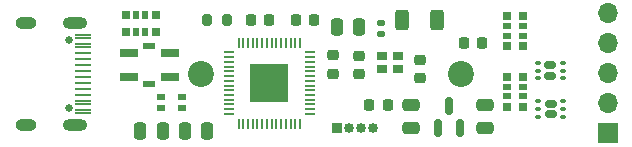
<source format=gbr>
%TF.GenerationSoftware,KiCad,Pcbnew,7.0.8*%
%TF.CreationDate,2024-02-27T09:09:56-06:00*%
%TF.ProjectId,CH32VClamp,43483332-5643-46c6-916d-702e6b696361,rev?*%
%TF.SameCoordinates,Original*%
%TF.FileFunction,Soldermask,Top*%
%TF.FilePolarity,Negative*%
%FSLAX46Y46*%
G04 Gerber Fmt 4.6, Leading zero omitted, Abs format (unit mm)*
G04 Created by KiCad (PCBNEW 7.0.8) date 2024-02-27 09:09:56*
%MOMM*%
%LPD*%
G01*
G04 APERTURE LIST*
G04 Aperture macros list*
%AMRoundRect*
0 Rectangle with rounded corners*
0 $1 Rounding radius*
0 $2 $3 $4 $5 $6 $7 $8 $9 X,Y pos of 4 corners*
0 Add a 4 corners polygon primitive as box body*
4,1,4,$2,$3,$4,$5,$6,$7,$8,$9,$2,$3,0*
0 Add four circle primitives for the rounded corners*
1,1,$1+$1,$2,$3*
1,1,$1+$1,$4,$5*
1,1,$1+$1,$6,$7*
1,1,$1+$1,$8,$9*
0 Add four rect primitives between the rounded corners*
20,1,$1+$1,$2,$3,$4,$5,0*
20,1,$1+$1,$4,$5,$6,$7,0*
20,1,$1+$1,$6,$7,$8,$9,0*
20,1,$1+$1,$8,$9,$2,$3,0*%
G04 Aperture macros list end*
%ADD10RoundRect,0.225000X0.225000X0.250000X-0.225000X0.250000X-0.225000X-0.250000X0.225000X-0.250000X0*%
%ADD11RoundRect,0.150000X0.150000X-0.587500X0.150000X0.587500X-0.150000X0.587500X-0.150000X-0.587500X0*%
%ADD12RoundRect,0.218750X-0.218750X-0.256250X0.218750X-0.256250X0.218750X0.256250X-0.218750X0.256250X0*%
%ADD13R,1.700000X1.700000*%
%ADD14O,1.700000X1.700000*%
%ADD15RoundRect,0.250000X0.250000X0.475000X-0.250000X0.475000X-0.250000X-0.475000X0.250000X-0.475000X0*%
%ADD16R,0.850000X0.850000*%
%ADD17O,0.850000X0.850000*%
%ADD18RoundRect,0.250000X-0.475000X0.250000X-0.475000X-0.250000X0.475000X-0.250000X0.475000X0.250000X0*%
%ADD19C,2.200000*%
%ADD20R,0.700000X0.640000*%
%ADD21R,0.700000X0.500000*%
%ADD22R,1.000000X0.500000*%
%ADD23R,1.500000X0.800000*%
%ADD24C,0.650000*%
%ADD25R,1.400000X0.250000*%
%ADD26O,2.100000X1.000000*%
%ADD27O,1.800000X1.000000*%
%ADD28RoundRect,0.250000X-0.312500X-0.625000X0.312500X-0.625000X0.312500X0.625000X-0.312500X0.625000X0*%
%ADD29RoundRect,0.075000X0.175000X-0.075000X0.175000X0.075000X-0.175000X0.075000X-0.175000X-0.075000X0*%
%ADD30RoundRect,0.150000X0.350000X-0.150000X0.350000X0.150000X-0.350000X0.150000X-0.350000X-0.150000X0*%
%ADD31RoundRect,0.050000X-0.050000X0.387500X-0.050000X-0.387500X0.050000X-0.387500X0.050000X0.387500X0*%
%ADD32RoundRect,0.050000X-0.387500X0.050000X-0.387500X-0.050000X0.387500X-0.050000X0.387500X0.050000X0*%
%ADD33R,3.200000X3.200000*%
%ADD34R,0.800000X0.500000*%
%ADD35RoundRect,0.225000X0.250000X-0.225000X0.250000X0.225000X-0.250000X0.225000X-0.250000X-0.225000X0*%
%ADD36R,0.640000X0.700000*%
%ADD37R,0.500000X0.700000*%
%ADD38RoundRect,0.225000X-0.250000X0.225000X-0.250000X-0.225000X0.250000X-0.225000X0.250000X0.225000X0*%
%ADD39RoundRect,0.147500X-0.172500X0.147500X-0.172500X-0.147500X0.172500X-0.147500X0.172500X0.147500X0*%
%ADD40R,0.900000X0.800000*%
%ADD41RoundRect,0.250000X0.475000X-0.250000X0.475000X0.250000X-0.475000X0.250000X-0.475000X-0.250000X0*%
%ADD42RoundRect,0.200000X-0.200000X-0.275000X0.200000X-0.275000X0.200000X0.275000X-0.200000X0.275000X0*%
G04 APERTURE END LIST*
D10*
%TO.C,C8*%
X194337500Y-82000000D03*
X192787500Y-82000000D03*
%TD*%
D11*
%TO.C,U2*%
X204850000Y-91200000D03*
X206750000Y-91200000D03*
X205800000Y-89325000D03*
%TD*%
D12*
%TO.C,F1*%
X199012500Y-89200000D03*
X200587500Y-89200000D03*
%TD*%
D13*
%TO.C,J4*%
X219200000Y-91620000D03*
D14*
X219200000Y-89080000D03*
X219200000Y-86540000D03*
X219200000Y-84000000D03*
X219200000Y-81460000D03*
%TD*%
D15*
%TO.C,C1*%
X198187500Y-82600000D03*
X196287500Y-82600000D03*
%TD*%
D16*
%TO.C,J2*%
X196300000Y-91200000D03*
D17*
X197300000Y-91200000D03*
X198300000Y-91200000D03*
X199300000Y-91200000D03*
%TD*%
D10*
%TO.C,C10*%
X190537500Y-82000000D03*
X188987500Y-82000000D03*
%TD*%
D18*
%TO.C,C6*%
X202600000Y-89250000D03*
X202600000Y-91150000D03*
%TD*%
D19*
%TO.C,*%
X184800000Y-86600000D03*
%TD*%
D20*
%TO.C,RN4*%
X210650000Y-86800000D03*
D21*
X210650000Y-87670000D03*
X210650000Y-88470000D03*
D20*
X210650000Y-89340000D03*
X212050000Y-89340000D03*
D21*
X212050000Y-88470000D03*
X212050000Y-87670000D03*
D20*
X212050000Y-86800000D03*
%TD*%
D12*
%TO.C,D1*%
X207025000Y-84000000D03*
X208600000Y-84000000D03*
%TD*%
D20*
%TO.C,RN2*%
X210650000Y-81660000D03*
D21*
X210650000Y-82530000D03*
X210650000Y-83330000D03*
D20*
X210650000Y-84200000D03*
X212050000Y-84200000D03*
D21*
X212050000Y-83330000D03*
X212050000Y-82530000D03*
D20*
X212050000Y-81660000D03*
%TD*%
D22*
%TO.C,SW2*%
X180400000Y-87400000D03*
X180400000Y-84200000D03*
D23*
X182150000Y-86800000D03*
X178650000Y-86800000D03*
X182150000Y-84800000D03*
X178650000Y-84800000D03*
%TD*%
D24*
%TO.C,J1*%
X173587500Y-83710000D03*
X173587500Y-89490000D03*
D25*
X174787500Y-83275000D03*
X174787500Y-84075000D03*
X174787500Y-85350000D03*
X174787500Y-86350000D03*
X174787500Y-86850000D03*
X174787500Y-84850000D03*
X174787500Y-89125000D03*
X174787500Y-89925000D03*
X174787500Y-89675000D03*
X174787500Y-88875000D03*
X174787500Y-88350000D03*
X174787500Y-87350000D03*
X174787500Y-85850000D03*
X174787500Y-87850000D03*
X174787500Y-84325000D03*
X174787500Y-83525000D03*
D26*
X174087500Y-82280000D03*
D27*
X169937500Y-82280000D03*
D26*
X174087500Y-90920000D03*
D27*
X169937500Y-90920000D03*
%TD*%
D28*
%TO.C,A1*%
X201837500Y-82000000D03*
X204762500Y-82000000D03*
%TD*%
D19*
%TO.C,*%
X206770000Y-86625000D03*
%TD*%
D29*
%TO.C,Q2*%
X215400000Y-86950000D03*
X215400000Y-86300000D03*
X215400000Y-85650000D03*
X213300000Y-85650000D03*
X213300000Y-86300000D03*
X213300000Y-86950000D03*
D30*
X214350000Y-86750000D03*
X214350000Y-85850000D03*
%TD*%
D31*
%TO.C,U1*%
X193162500Y-83925000D03*
X192762500Y-83925000D03*
X192362500Y-83925000D03*
X191962500Y-83925000D03*
X191562500Y-83925000D03*
X191162500Y-83925000D03*
X190762500Y-83925000D03*
X190362500Y-83925000D03*
X189962500Y-83925000D03*
X189562500Y-83925000D03*
X189162500Y-83925000D03*
X188762500Y-83925000D03*
X188362500Y-83925000D03*
X187962500Y-83925000D03*
D32*
X187125000Y-84762500D03*
X187125000Y-85162500D03*
X187125000Y-85562500D03*
X187125000Y-85962500D03*
X187125000Y-86362500D03*
X187125000Y-86762500D03*
X187125000Y-87162500D03*
X187125000Y-87562500D03*
X187125000Y-87962500D03*
X187125000Y-88362500D03*
X187125000Y-88762500D03*
X187125000Y-89162500D03*
X187125000Y-89562500D03*
X187125000Y-89962500D03*
D31*
X187962500Y-90800000D03*
X188362500Y-90800000D03*
X188762500Y-90800000D03*
X189162500Y-90800000D03*
X189562500Y-90800000D03*
X189962500Y-90800000D03*
X190362500Y-90800000D03*
X190762500Y-90800000D03*
X191162500Y-90800000D03*
X191562500Y-90800000D03*
X191962500Y-90800000D03*
X192362500Y-90800000D03*
X192762500Y-90800000D03*
X193162500Y-90800000D03*
D32*
X194000000Y-89962500D03*
X194000000Y-89562500D03*
X194000000Y-89162500D03*
X194000000Y-88762500D03*
X194000000Y-88362500D03*
X194000000Y-87962500D03*
X194000000Y-87562500D03*
X194000000Y-87162500D03*
X194000000Y-86762500D03*
X194000000Y-86362500D03*
X194000000Y-85962500D03*
X194000000Y-85562500D03*
X194000000Y-85162500D03*
X194000000Y-84762500D03*
D33*
X190562500Y-87362500D03*
%TD*%
D34*
%TO.C,RN3*%
X181400000Y-88500000D03*
X181400000Y-89500000D03*
X183200000Y-89500000D03*
X183200000Y-88500000D03*
%TD*%
D35*
%TO.C,C3*%
X203362500Y-86950000D03*
X203362500Y-85400000D03*
%TD*%
D36*
%TO.C,RN1*%
X180940000Y-81600000D03*
D37*
X180070000Y-81600000D03*
X179270000Y-81600000D03*
D36*
X178400000Y-81600000D03*
X178400000Y-83000000D03*
D37*
X179270000Y-83000000D03*
X180070000Y-83000000D03*
D36*
X180940000Y-83000000D03*
%TD*%
D38*
%TO.C,C7*%
X195962500Y-85000000D03*
X195962500Y-86550000D03*
%TD*%
D39*
%TO.C,L1*%
X200037500Y-82230000D03*
X200037500Y-83200000D03*
%TD*%
D40*
%TO.C,Y1*%
X201500000Y-85050000D03*
X200100000Y-85050000D03*
X200100000Y-86150000D03*
X201500000Y-86150000D03*
%TD*%
D29*
%TO.C,Q1*%
X215450000Y-90200000D03*
X215450000Y-89550000D03*
X215450000Y-88900000D03*
X213350000Y-88900000D03*
X213350000Y-89550000D03*
X213350000Y-90200000D03*
D30*
X214400000Y-90000000D03*
X214400000Y-89100000D03*
%TD*%
D41*
%TO.C,C2*%
X208800000Y-91150000D03*
X208800000Y-89250000D03*
%TD*%
D38*
%TO.C,C5*%
X198162500Y-85025000D03*
X198162500Y-86575000D03*
%TD*%
D15*
%TO.C,C4*%
X185300000Y-91400000D03*
X183400000Y-91400000D03*
%TD*%
D42*
%TO.C,R5*%
X185312500Y-82000000D03*
X186962500Y-82000000D03*
%TD*%
D15*
%TO.C,C9*%
X181550000Y-91400000D03*
X179650000Y-91400000D03*
%TD*%
M02*

</source>
